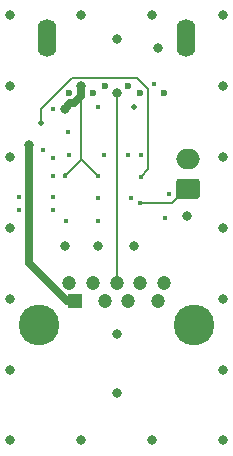
<source format=gbr>
G04 #@! TF.GenerationSoftware,KiCad,Pcbnew,5.1.10-88a1d61d58~88~ubuntu18.04.1*
G04 #@! TF.CreationDate,2021-09-17T16:00:13+02:00*
G04 #@! TF.ProjectId,GPIO-USB-Switch,4750494f-2d55-4534-922d-537769746368,rev?*
G04 #@! TF.SameCoordinates,Original*
G04 #@! TF.FileFunction,Copper,L2,Inr*
G04 #@! TF.FilePolarity,Positive*
%FSLAX46Y46*%
G04 Gerber Fmt 4.6, Leading zero omitted, Abs format (unit mm)*
G04 Created by KiCad (PCBNEW 5.1.10-88a1d61d58~88~ubuntu18.04.1) date 2021-09-17 16:00:13*
%MOMM*%
%LPD*%
G01*
G04 APERTURE LIST*
G04 #@! TA.AperFunction,ComponentPad*
%ADD10O,1.600000X3.200000*%
G04 #@! TD*
G04 #@! TA.AperFunction,ComponentPad*
%ADD11O,2.000000X1.700000*%
G04 #@! TD*
G04 #@! TA.AperFunction,ComponentPad*
%ADD12R,1.200000X1.200000*%
G04 #@! TD*
G04 #@! TA.AperFunction,ComponentPad*
%ADD13C,1.200000*%
G04 #@! TD*
G04 #@! TA.AperFunction,ComponentPad*
%ADD14C,3.450000*%
G04 #@! TD*
G04 #@! TA.AperFunction,ViaPad*
%ADD15C,0.800000*%
G04 #@! TD*
G04 #@! TA.AperFunction,ViaPad*
%ADD16C,0.450000*%
G04 #@! TD*
G04 #@! TA.AperFunction,ViaPad*
%ADD17C,0.500000*%
G04 #@! TD*
G04 #@! TA.AperFunction,ViaPad*
%ADD18C,0.600000*%
G04 #@! TD*
G04 #@! TA.AperFunction,Conductor*
%ADD19C,0.700000*%
G04 #@! TD*
G04 #@! TA.AperFunction,Conductor*
%ADD20C,0.200000*%
G04 #@! TD*
G04 APERTURE END LIST*
D10*
X149150000Y-74948000D03*
X160850000Y-74948000D03*
D11*
X161050000Y-85200000D03*
G04 #@! TA.AperFunction,ComponentPad*
G36*
G01*
X161800000Y-88550000D02*
X160300000Y-88550000D01*
G75*
G02*
X160050000Y-88300000I0J250000D01*
G01*
X160050000Y-87100000D01*
G75*
G02*
X160300000Y-86850000I250000J0D01*
G01*
X161800000Y-86850000D01*
G75*
G02*
X162050000Y-87100000I0J-250000D01*
G01*
X162050000Y-88300000D01*
G75*
G02*
X161800000Y-88550000I-250000J0D01*
G01*
G37*
G04 #@! TD.AperFunction*
D12*
X151500000Y-97194000D03*
D13*
X154000000Y-97194000D03*
X156000000Y-97194000D03*
X158500000Y-97194000D03*
X159000000Y-95694000D03*
X157000000Y-95694000D03*
X155000000Y-95694000D03*
X153000000Y-95694000D03*
X151000000Y-95694000D03*
D14*
X148430000Y-99194000D03*
X161570000Y-99194000D03*
D15*
X146000000Y-91000000D03*
X146000000Y-79000000D03*
X146000000Y-85000000D03*
X164000000Y-73000000D03*
X164000000Y-85000000D03*
X164000000Y-103000000D03*
X164000000Y-91000000D03*
X164000000Y-97000000D03*
X164000000Y-79000000D03*
D16*
X153400000Y-88500000D03*
X150700000Y-90400000D03*
D15*
X153400000Y-92500000D03*
X150600000Y-92500000D03*
D16*
X149600000Y-88400000D03*
D15*
X156500000Y-92500000D03*
X158500000Y-75800000D03*
D17*
X156500000Y-80800000D03*
D16*
X153400000Y-80800000D03*
X156200000Y-88500000D03*
X153450000Y-90400000D03*
X153950000Y-84800000D03*
X149600000Y-85100000D03*
X149650000Y-86650000D03*
X150950000Y-84850000D03*
X158200000Y-78850000D03*
X155950000Y-84800000D03*
X157050000Y-84800000D03*
D15*
X146000000Y-109000000D03*
X164000000Y-109000000D03*
X152000000Y-109000000D03*
X158000000Y-109000000D03*
X146000000Y-103000000D03*
X146000000Y-97000000D03*
X146000000Y-73000000D03*
X152000000Y-73000000D03*
X158000000Y-73000000D03*
X155000000Y-100000000D03*
X155000000Y-105000000D03*
X155000000Y-75000000D03*
D16*
X149600000Y-80900000D03*
X150900000Y-82900000D03*
D15*
X161000000Y-90000000D03*
D17*
X148600000Y-82100000D03*
D16*
X157050000Y-86700000D03*
D15*
X147600000Y-84000000D03*
D16*
X146700000Y-88400000D03*
X146700000Y-89500000D03*
X149600000Y-89500000D03*
X148750000Y-84400000D03*
X159400000Y-88100000D03*
X159100000Y-90200000D03*
X157000000Y-88900000D03*
D15*
X155000000Y-79600000D03*
D18*
X154000000Y-79000000D03*
X153000000Y-79600000D03*
X156000000Y-79000000D03*
X157000000Y-79600000D03*
D16*
X150600000Y-86650000D03*
X153450000Y-86650000D03*
D15*
X152000000Y-79000000D03*
X150600000Y-80900000D03*
D18*
X159000000Y-79600000D03*
X151000000Y-79600000D03*
D19*
X150803998Y-97200000D02*
X151500000Y-97200000D01*
X147600000Y-84000000D02*
X147600000Y-88400000D01*
X147600000Y-93996002D02*
X150803998Y-97200000D01*
D20*
X156736001Y-78299999D02*
X157700001Y-79263999D01*
X151263999Y-78299999D02*
X156736001Y-78299999D01*
X148600000Y-80963998D02*
X151263999Y-78299999D01*
X148600000Y-82100000D02*
X148600000Y-80963998D01*
X157700001Y-79263999D02*
X157700001Y-85750001D01*
D19*
X147600000Y-88400000D02*
X147600000Y-93996002D01*
D20*
X157000000Y-88900000D02*
X159700000Y-88900000D01*
X159700000Y-88900000D02*
X160200000Y-88400000D01*
X157700001Y-86049999D02*
X157700001Y-85750001D01*
X157050000Y-86700000D02*
X157700001Y-86049999D01*
X155000000Y-79600000D02*
X155000000Y-95650000D01*
D19*
X150600000Y-80900000D02*
X151049999Y-80450001D01*
X152000000Y-79858002D02*
X152000000Y-79600000D01*
X151408001Y-80450001D02*
X152000000Y-79858002D01*
X151049999Y-80450001D02*
X151408001Y-80450001D01*
X152000000Y-79000000D02*
X152000000Y-79600000D01*
D20*
X150600000Y-86367158D02*
X150600000Y-86650000D01*
X152000000Y-79000000D02*
X152000000Y-85200000D01*
X152000000Y-85200000D02*
X152050000Y-85250000D01*
X152050000Y-85250000D02*
X153450000Y-86650000D01*
X152000000Y-85250000D02*
X152000000Y-85200000D01*
X150600000Y-86650000D02*
X152000000Y-85250000D01*
M02*

</source>
